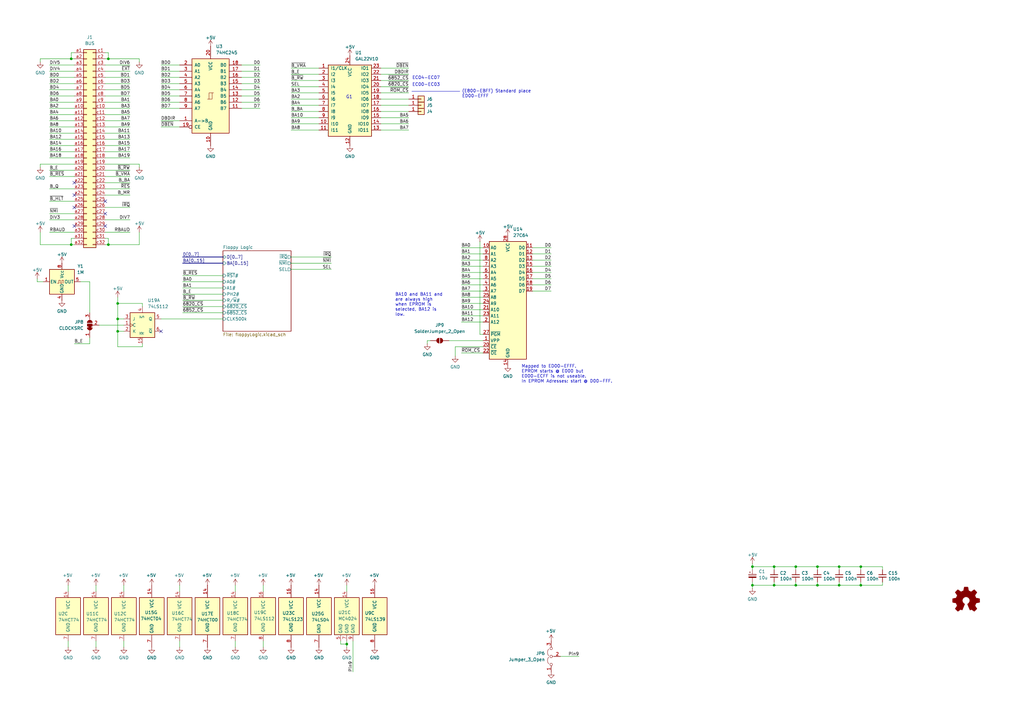
<source format=kicad_sch>
(kicad_sch (version 20250114) (generator "eeschema") (generator_version "9.0")
  (paper "A3")
  (title_block (title "Exorset Floppy") (date "2025-08-22") (rev "v1") (company "100% Offner") (comment 1 "Exorset Floppy Controller for kees1948 UniFLEX System") (comment 2 "v0.1: Initial"))
  (text "(E800-EBFF) Standard place\nED00-EFFF\n" (at 189.484 38.481 0) (effects (font (size 1.27 1.27)) (justify left)))
  (text "BA10 and BA11 and \nare always high \nwhen EPROM is \nselected, BA12 is\nlow." (at 162.052 124.968 0) (effects (font (size 1.27 1.27)) (justify left)))
  (text "Mapped to ED00-EFFF.\nEPROM starts @ E000 but\nE000-ECFF is not useable.\nIn EPROM Adresses: start @ D00-FFF." (at 213.868 153.416 0) (effects (font (size 1.27 1.27)) (justify left)))
  (text "EC00-EC03" (at 174.752 34.798 0) (effects (font (size 1.27 1.27))))
  (text "G1\n" (at 143.256 39.878 0) (effects (font (size 1.27 1.27))))
  (text "EC04-EC07" (at 174.752 32.004 0) (effects (font (size 1.27 1.27))))
  (junction (at 48.26 130.81))
  (junction (at 326.39 232.41))
  (junction (at 48.26 135.89))
  (junction (at 44.45 24.13))
  (junction (at 29.21 100.33))
  (junction (at 335.28 240.03))
  (junction (at 48.26 124.46))
  (junction (at 353.06 232.41))
  (junction (at 344.17 240.03))
  (junction (at 326.39 240.03))
  (junction (at 142.24 264.16))
  (junction (at 353.06 240.03))
  (junction (at 308.61 232.41))
  (junction (at 335.28 232.41))
  (junction (at 317.5 240.03))
  (junction (at 317.5 232.41))
  (junction (at 44.45 100.33))
  (junction (at 308.61 240.03))
  (junction (at 344.17 232.41))
  (junction (at 29.21 24.13))
  (no_connect (at 30.48 74.93))
  (no_connect (at 30.48 85.09))
  (no_connect (at 30.48 80.01))
  (no_connect (at 43.18 82.55))
  (no_connect (at 30.48 92.71))
  (no_connect (at 43.18 92.71))
  (no_connect (at 43.18 87.63))
  (no_connect (at 66.04 135.89))
  (wire (pts (xy 20.32 54.61) (xy 30.48 54.61)))
  (wire (pts (xy 156.21 35.56) (xy 167.64 35.56)))
  (wire (pts (xy 57.15 100.33) (xy 57.15 95.25)))
  (wire (pts (xy 361.95 233.68) (xy 361.95 232.41)))
  (wire (pts (xy 119.38 53.34) (xy 130.81 53.34)))
  (wire (pts (xy 139.7 264.16) (xy 142.24 264.16)))
  (wire (pts (xy 20.32 44.45) (xy 30.48 44.45)))
  (wire (pts (xy 335.28 233.68) (xy 335.28 232.41)))
  (wire (pts (xy 99.06 36.83) (xy 106.68 36.83)))
  (wire (pts (xy 142.24 240.03) (xy 142.24 242.57)))
  (wire (pts (xy 43.18 69.85) (xy 53.34 69.85)))
  (wire (pts (xy 43.18 34.29) (xy 53.34 34.29)))
  (wire (pts (xy 308.61 232.41) (xy 308.61 233.68)))
  (wire (pts (xy 43.18 62.23) (xy 53.34 62.23)))
  (wire (pts (xy 43.18 54.61) (xy 53.34 54.61)))
  (wire (pts (xy 139.7 262.89) (xy 139.7 264.16)))
  (wire (pts (xy 344.17 233.68) (xy 344.17 232.41)))
  (wire (pts (xy 43.18 59.69) (xy 53.34 59.69)))
  (wire (pts (xy 335.28 240.03) (xy 335.28 238.76)))
  (wire (pts (xy 218.44 101.6) (xy 226.06 101.6)))
  (wire (pts (xy 39.37 240.03) (xy 39.37 242.57)))
  (wire (pts (xy 184.15 139.7) (xy 198.12 139.7)))
  (wire (pts (xy 99.06 39.37) (xy 106.68 39.37)))
  (wire (pts (xy 74.93 115.57) (xy 91.44 115.57)))
  (wire (pts (xy 74.93 120.65) (xy 91.44 120.65)))
  (wire (pts (xy 218.44 116.84) (xy 226.06 116.84)))
  (wire (pts (xy 20.32 57.15) (xy 30.48 57.15)))
  (wire (pts (xy 156.21 30.48) (xy 167.64 30.48)))
  (wire (pts (xy 44.45 24.13) (xy 43.18 24.13)))
  (wire (pts (xy 20.32 26.67) (xy 30.48 26.67)))
  (wire (pts (xy 196.85 99.06) (xy 196.85 137.16)))
  (wire (pts (xy 66.04 31.75) (xy 73.66 31.75)))
  (wire (pts (xy 308.61 231.14) (xy 308.61 232.41)))
  (wire (pts (xy 119.38 45.72) (xy 130.81 45.72)))
  (wire (pts (xy 20.32 29.21) (xy 30.48 29.21)))
  (wire (pts (xy 189.23 127) (xy 198.12 127)))
  (wire (pts (xy 57.15 67.31) (xy 57.15 68.58)))
  (wire (pts (xy 57.15 24.13) (xy 57.15 25.4)))
  (wire (pts (xy 43.18 46.99) (xy 53.34 46.99)))
  (wire (pts (xy 43.18 36.83) (xy 53.34 36.83)))
  (wire (pts (xy 43.18 41.91) (xy 53.34 41.91)))
  (wire (pts (xy 20.32 72.39) (xy 30.48 72.39)))
  (wire (pts (xy 15.24 114.3) (xy 15.24 115.57)))
  (wire (pts (xy 20.32 34.29) (xy 30.48 34.29)))
  (wire (pts (xy 20.32 49.53) (xy 30.48 49.53)))
  (wire (pts (xy 107.95 240.03) (xy 107.95 242.57)))
  (wire (pts (xy 44.45 24.13) (xy 57.15 24.13)))
  (wire (pts (xy 74.93 113.03) (xy 91.44 113.03)))
  (wire (pts (xy 16.51 24.13) (xy 16.51 25.4)))
  (wire (pts (xy 66.04 34.29) (xy 73.66 34.29)))
  (wire (pts (xy 43.18 67.31) (xy 57.15 67.31)))
  (wire (pts (xy 353.06 240.03) (xy 353.06 238.76)))
  (wire (pts (xy 50.8 135.89) (xy 48.26 135.89)))
  (wire (pts (xy 198.12 137.16) (xy 196.85 137.16)))
  (wire (pts (xy 218.44 114.3) (xy 226.06 114.3)))
  (wire (pts (xy 20.32 39.37) (xy 30.48 39.37)))
  (wire (pts (xy 156.21 53.34) (xy 167.64 53.34)))
  (wire (pts (xy 361.95 240.03) (xy 361.95 238.76)))
  (bus (pts (xy 74.93 105.41) (xy 91.44 105.41)))
  (wire (pts (xy 66.04 29.21) (xy 73.66 29.21)))
  (wire (pts (xy 43.18 64.77) (xy 53.34 64.77)))
  (wire (pts (xy 20.32 41.91) (xy 30.48 41.91)))
  (wire (pts (xy 73.66 262.89) (xy 73.66 265.43)))
  (wire (pts (xy 43.18 44.45) (xy 53.34 44.45)))
  (wire (pts (xy 353.06 232.41) (xy 361.95 232.41)))
  (wire (pts (xy 43.18 31.75) (xy 53.34 31.75)))
  (wire (pts (xy 20.32 46.99) (xy 30.48 46.99)))
  (wire (pts (xy 43.18 29.21) (xy 53.34 29.21)))
  (wire (pts (xy 20.32 59.69) (xy 30.48 59.69)))
  (wire (pts (xy 156.21 45.72) (xy 167.64 45.72)))
  (wire (pts (xy 66.04 130.81) (xy 91.44 130.81)))
  (wire (pts (xy 66.04 41.91) (xy 73.66 41.91)))
  (wire (pts (xy 96.52 262.89) (xy 96.52 265.43)))
  (wire (pts (xy 20.32 77.47) (xy 30.48 77.47)))
  (wire (pts (xy 20.32 82.55) (xy 30.48 82.55)))
  (wire (pts (xy 36.83 140.97) (xy 36.83 138.43)))
  (wire (pts (xy 50.8 130.81) (xy 48.26 130.81)))
  (wire (pts (xy 74.93 123.19) (xy 91.44 123.19)))
  (wire (pts (xy 20.32 31.75) (xy 30.48 31.75)))
  (wire (pts (xy 156.21 50.8) (xy 167.64 50.8)))
  (wire (pts (xy 144.78 262.89) (xy 144.78 275.59)))
  (wire (pts (xy 99.06 29.21) (xy 106.68 29.21)))
  (wire (pts (xy 156.21 43.18) (xy 167.64 43.18)))
  (wire (pts (xy 50.8 240.03) (xy 50.8 242.57)))
  (wire (pts (xy 58.42 140.97) (xy 58.42 142.24)))
  (wire (pts (xy 119.38 48.26) (xy 130.81 48.26)))
  (wire (pts (xy 308.61 232.41) (xy 317.5 232.41)))
  (wire (pts (xy 119.38 43.18) (xy 130.81 43.18)))
  (wire (pts (xy 119.38 33.02) (xy 130.81 33.02)))
  (wire (pts (xy 29.21 100.33) (xy 16.51 100.33)))
  (wire (pts (xy 16.51 100.33) (xy 16.51 95.25)))
  (wire (pts (xy 119.38 107.95) (xy 135.89 107.95)))
  (wire (pts (xy 48.26 142.24) (xy 48.26 135.89)))
  (wire (pts (xy 66.04 26.67) (xy 73.66 26.67)))
  (wire (pts (xy 119.38 30.48) (xy 130.81 30.48)))
  (wire (pts (xy 43.18 74.93) (xy 53.34 74.93)))
  (wire (pts (xy 189.23 111.76) (xy 198.12 111.76)))
  (wire (pts (xy 43.18 80.01) (xy 53.34 80.01)))
  (wire (pts (xy 189.23 116.84) (xy 198.12 116.84)))
  (wire (pts (xy 66.04 39.37) (xy 73.66 39.37)))
  (wire (pts (xy 119.38 27.94) (xy 130.81 27.94)))
  (wire (pts (xy 43.18 39.37) (xy 53.34 39.37)))
  (wire (pts (xy 326.39 240.03) (xy 326.39 238.76)))
  (wire (pts (xy 317.5 240.03) (xy 308.61 240.03)))
  (wire (pts (xy 186.69 142.24) (xy 198.12 142.24)))
  (wire (pts (xy 189.23 101.6) (xy 198.12 101.6)))
  (wire (pts (xy 353.06 240.03) (xy 361.95 240.03)))
  (wire (pts (xy 99.06 31.75) (xy 106.68 31.75)))
  (wire (pts (xy 20.32 64.77) (xy 30.48 64.77)))
  (wire (pts (xy 326.39 232.41) (xy 335.28 232.41)))
  (wire (pts (xy 48.26 130.81) (xy 48.26 124.46)))
  (wire (pts (xy 119.38 35.56) (xy 130.81 35.56)))
  (wire (pts (xy 99.06 41.91) (xy 106.68 41.91)))
  (wire (pts (xy 39.37 262.89) (xy 39.37 265.43)))
  (wire (pts (xy 44.45 21.59) (xy 44.45 24.13)))
  (wire (pts (xy 107.95 262.89) (xy 107.95 265.43)))
  (wire (pts (xy 43.18 90.17) (xy 53.34 90.17)))
  (wire (pts (xy 353.06 233.68) (xy 353.06 232.41)))
  (wire (pts (xy 30.48 100.33) (xy 29.21 100.33)))
  (wire (pts (xy 99.06 26.67) (xy 106.68 26.67)))
  (wire (pts (xy 74.93 118.11) (xy 91.44 118.11)))
  (wire (pts (xy 58.42 142.24) (xy 48.26 142.24)))
  (wire (pts (xy 175.26 139.7) (xy 176.53 139.7)))
  (wire (pts (xy 119.38 40.64) (xy 130.81 40.64)))
  (wire (pts (xy 58.42 125.73) (xy 58.42 124.46)))
  (wire (pts (xy 186.69 142.24) (xy 186.69 146.05)))
  (wire (pts (xy 20.32 90.17) (xy 30.48 90.17)))
  (wire (pts (xy 27.94 240.03) (xy 27.94 242.57)))
  (wire (pts (xy 48.26 135.89) (xy 48.26 130.81)))
  (wire (pts (xy 43.18 77.47) (xy 53.34 77.47)))
  (wire (pts (xy 43.18 85.09) (xy 53.34 85.09)))
  (wire (pts (xy 20.32 95.25) (xy 30.48 95.25)))
  (wire (pts (xy 156.21 33.02) (xy 167.64 33.02)))
  (wire (pts (xy 43.18 100.33) (xy 44.45 100.33)))
  (wire (pts (xy 119.38 50.8) (xy 130.81 50.8)))
  (wire (pts (xy 335.28 240.03) (xy 344.17 240.03)))
  (wire (pts (xy 29.21 21.59) (xy 29.21 24.13)))
  (wire (pts (xy 308.61 241.3) (xy 308.61 240.03)))
  (wire (pts (xy 20.32 36.83) (xy 30.48 36.83)))
  (wire (pts (xy 317.5 240.03) (xy 317.5 238.76)))
  (wire (pts (xy 344.17 240.03) (xy 344.17 238.76)))
  (wire (pts (xy 30.48 21.59) (xy 29.21 21.59)))
  (wire (pts (xy 317.5 233.68) (xy 317.5 232.41)))
  (wire (pts (xy 44.45 100.33) (xy 57.15 100.33)))
  (wire (pts (xy 17.78 115.57) (xy 15.24 115.57)))
  (wire (pts (xy 119.38 105.41) (xy 135.89 105.41)))
  (wire (pts (xy 218.44 109.22) (xy 226.06 109.22)))
  (wire (pts (xy 142.24 262.89) (xy 142.24 264.16)))
  (wire (pts (xy 229.87 269.24) (xy 237.49 269.24)))
  (wire (pts (xy 326.39 240.03) (xy 335.28 240.03)))
  (wire (pts (xy 344.17 232.41) (xy 353.06 232.41)))
  (wire (pts (xy 74.93 128.27) (xy 91.44 128.27)))
  (wire (pts (xy 27.94 262.89) (xy 27.94 265.43)))
  (wire (pts (xy 30.48 97.79) (xy 29.21 97.79)))
  (wire (pts (xy 96.52 240.03) (xy 96.52 242.57)))
  (wire (pts (xy 189.23 124.46) (xy 198.12 124.46)))
  (wire (pts (xy 43.18 95.25) (xy 53.34 95.25)))
  (wire (pts (xy 48.26 124.46) (xy 48.26 121.92)))
  (wire (pts (xy 66.04 44.45) (xy 73.66 44.45)))
  (wire (pts (xy 30.48 140.97) (xy 36.83 140.97)))
  (wire (pts (xy 43.18 97.79) (xy 44.45 97.79)))
  (wire (pts (xy 189.23 104.14) (xy 198.12 104.14)))
  (wire (pts (xy 189.23 106.68) (xy 198.12 106.68)))
  (wire (pts (xy 189.23 114.3) (xy 198.12 114.3)))
  (wire (pts (xy 29.21 24.13) (xy 30.48 24.13)))
  (wire (pts (xy 99.06 44.45) (xy 106.68 44.45)))
  (wire (pts (xy 119.38 110.49) (xy 135.89 110.49)))
  (wire (pts (xy 175.26 140.97) (xy 175.26 139.7)))
  (wire (pts (xy 218.44 119.38) (xy 226.06 119.38)))
  (wire (pts (xy 29.21 97.79) (xy 29.21 100.33)))
  (wire (pts (xy 189.23 109.22) (xy 198.12 109.22)))
  (wire (pts (xy 20.32 52.07) (xy 30.48 52.07)))
  (wire (pts (xy 33.02 115.57) (xy 36.83 115.57)))
  (wire (pts (xy 16.51 67.31) (xy 30.48 67.31)))
  (wire (pts (xy 156.21 40.64) (xy 167.64 40.64)))
  (wire (pts (xy 218.44 111.76) (xy 226.06 111.76)))
  (wire (pts (xy 44.45 97.79) (xy 44.45 100.33)))
  (wire (pts (xy 43.18 26.67) (xy 53.34 26.67)))
  (wire (pts (xy 326.39 233.68) (xy 326.39 232.41)))
  (wire (pts (xy 40.64 133.35) (xy 50.8 133.35)))
  (wire (pts (xy 43.18 72.39) (xy 53.34 72.39)))
  (wire (pts (xy 218.44 104.14) (xy 226.06 104.14)))
  (wire (pts (xy 156.21 27.94) (xy 167.64 27.94)))
  (wire (pts (xy 189.23 129.54) (xy 198.12 129.54)))
  (wire (pts (xy 48.26 124.46) (xy 58.42 124.46)))
  (wire (pts (xy 66.04 36.83) (xy 73.66 36.83)))
  (wire (pts (xy 156.21 38.1) (xy 167.64 38.1)))
  (polyline (pts (xy 168.91 37.465) (xy 188.595 37.465)))
  (wire (pts (xy 50.8 262.89) (xy 50.8 265.43)))
  (wire (pts (xy 335.28 232.41) (xy 344.17 232.41)))
  (wire (pts (xy 29.21 24.13) (xy 16.51 24.13)))
  (wire (pts (xy 189.23 121.92) (xy 198.12 121.92)))
  (wire (pts (xy 43.18 21.59) (xy 44.45 21.59)))
  (wire (pts (xy 43.18 52.07) (xy 53.34 52.07)))
  (wire (pts (xy 344.17 240.03) (xy 353.06 240.03)))
  (wire (pts (xy 74.93 125.73) (xy 91.44 125.73)))
  (wire (pts (xy 43.18 57.15) (xy 53.34 57.15)))
  (wire (pts (xy 189.23 132.08) (xy 198.12 132.08)))
  (wire (pts (xy 36.83 115.57) (xy 36.83 128.27)))
  (wire (pts (xy 119.38 38.1) (xy 130.81 38.1)))
  (wire (pts (xy 317.5 232.41) (xy 326.39 232.41)))
  (wire (pts (xy 317.5 240.03) (xy 326.39 240.03)))
  (wire (pts (xy 189.23 144.78) (xy 198.12 144.78)))
  (wire (pts (xy 16.51 67.31) (xy 16.51 68.58)))
  (wire (pts (xy 142.24 264.16) (xy 142.24 265.43)))
  (wire (pts (xy 218.44 106.68) (xy 226.06 106.68)))
  (wire (pts (xy 20.32 69.85) (xy 30.48 69.85)))
  (bus (pts (xy 74.93 107.95) (xy 91.44 107.95)))
  (wire (pts (xy 20.32 87.63) (xy 30.48 87.63)))
  (wire (pts (xy 308.61 240.03) (xy 308.61 238.76)))
  (wire (pts (xy 43.18 49.53) (xy 53.34 49.53)))
  (wire (pts (xy 156.21 48.26) (xy 167.64 48.26)))
  (wire (pts (xy 66.04 49.53) (xy 73.66 49.53)))
  (wire (pts (xy 66.04 52.07) (xy 73.66 52.07)))
  (wire (pts (xy 20.32 62.23) (xy 30.48 62.23)))
  (wire (pts (xy 99.06 34.29) (xy 106.68 34.29)))
  (wire (pts (xy 73.66 240.03) (xy 73.66 242.57)))
  (wire (pts (xy 189.23 119.38) (xy 198.12 119.38)))
  (label "BD0" (at 66.04 26.67 0))
  (label "BA1" (at 189.23 104.14 0))
  (label "D1" (at 106.68 29.21 180))
  (label "BA7" (at 53.34 49.53 180))
  (label "D4" (at 226.06 111.76 180))
  (label "BD6" (at 66.04 41.91 0))
  (label "BD6" (at 20.32 39.37 0))
  (label "BA2" (at 20.32 44.45 0))
  (label "BA10" (at 119.38 48.26 0))
  (label "BA1" (at 74.93 118.11 0))
  (label "DIV6" (at 53.34 26.67 180))
  (label "B_MR" (at 53.34 80.01 180))
  (label "~{B_VMA}" (at 53.34 72.39 180))
  (label "BA15" (at 53.34 59.69 180))
  (label "D6" (at 106.68 41.91 180))
  (label "BA1" (at 53.34 41.91 180))
  (label "BA0" (at 20.32 41.91 0))
  (label "SEL" (at 119.38 35.56 0))
  (label "BA6" (at 167.64 50.8 180))
  (label "BA17" (at 53.34 62.23 180))
  (label "B_E" (at 30.48 140.97 0))
  (label "~{EXT}" (at 53.34 29.21 180))
  (label "B_E" (at 20.32 69.85 0))
  (label "BA5" (at 189.23 114.3 0))
  (label "BA12" (at 189.23 132.08 0))
  (label "D0" (at 226.06 101.6 180))
  (label "BA11" (at 53.34 54.61 180))
  (label "BA10" (at 20.32 54.61 0))
  (label "~{IRQ}" (at 135.89 105.41 180))
  (label "BA6" (at 189.23 116.84 0))
  (label "D2" (at 226.06 106.68 180))
  (label "BA0" (at 189.23 101.6 0))
  (label "BA19" (at 53.34 64.77 180))
  (label "DBDIR" (at 66.04 49.53 0))
  (label "DIV3" (at 20.32 90.17 0))
  (label "Pin9" (at 144.78 275.59 90))
  (label "BD7" (at 53.34 39.37 180))
  (label "~{6852_CS}" (at 167.64 33.02 180))
  (label "BA5" (at 167.64 48.26 180))
  (label "BA[0..15]" (at 74.93 107.95 0))
  (label "BD0" (at 20.32 31.75 0))
  (label "BA3" (at 119.38 38.1 0))
  (label "BA2" (at 189.23 106.68 0))
  (label "BD4" (at 20.32 36.83 0))
  (label "BD7" (at 66.04 44.45 0))
  (label "~{RES}" (at 53.34 77.47 180))
  (label "D2" (at 106.68 31.75 180))
  (label "~{B_RES}" (at 20.32 72.39 0))
  (label "BA11" (at 189.23 129.54 0))
  (label "~{B_RW}" (at 74.93 123.19 0))
  (label "BA10" (at 189.23 127 0))
  (label "BA9" (at 119.38 50.8 0))
  (label "BD5" (at 53.34 36.83 180))
  (label "B_BA" (at 119.38 45.72 0))
  (label "BA8" (at 20.32 52.07 0))
  (label "D1" (at 226.06 104.14 180))
  (label "DIV7" (at 53.34 90.17 180))
  (label "BA12" (at 20.32 57.15 0))
  (label "BD3" (at 53.34 34.29 180))
  (label "DIV5" (at 20.32 26.67 0))
  (label "BA9" (at 189.23 124.46 0))
  (label "B_Q" (at 20.32 77.47 0))
  (label "~{NMI}" (at 135.89 107.95 180))
  (label "~{6820_CS}" (at 74.93 125.73 0))
  (label "~{B_HLT}" (at 20.32 82.55 0))
  (label "D[0..7]" (at 74.93 105.41 0))
  (label "~{B_RW}" (at 53.34 69.85 180))
  (label "BA0" (at 74.93 115.57 0))
  (label "BA2" (at 119.38 40.64 0))
  (label "BA8" (at 189.23 121.92 0))
  (label "BA4" (at 189.23 111.76 0))
  (label "BA16" (at 20.32 62.23 0))
  (label "~{B_RES}" (at 74.93 113.03 0))
  (label "D7" (at 226.06 119.38 180))
  (label "BD2" (at 20.32 34.29 0))
  (label "D0" (at 106.68 26.67 180))
  (label "B_BA" (at 53.34 74.93 180))
  (label "D7" (at 106.68 44.45 180))
  (label "BA6" (at 20.32 49.53 0))
  (label "BD1" (at 53.34 31.75 180))
  (label "B_E" (at 74.93 120.65 0))
  (label "BD4" (at 66.04 36.83 0))
  (label "B_E" (at 119.38 30.48 0))
  (label "~{NMI}" (at 20.32 87.63 0))
  (label "D3" (at 106.68 34.29 180))
  (label "BA4" (at 20.32 46.99 0))
  (label "BD5" (at 66.04 39.37 0))
  (label "~{IRQ}" (at 53.34 85.09 180))
  (label "D3" (at 226.06 109.22 180))
  (label "BA3" (at 53.34 44.45 180))
  (label "D5" (at 226.06 114.3 180))
  (label "BA7" (at 189.23 119.38 0))
  (label "BA4" (at 119.38 43.18 0))
  (label "BA3" (at 189.23 109.22 0))
  (label "BD3" (at 66.04 34.29 0))
  (label "BA14" (at 20.32 59.69 0))
  (label "~{B_VMA}" (at 119.38 27.94 0))
  (label "BA5" (at 53.34 46.99 180))
  (label "RBAUD" (at 20.32 95.25 0))
  (label "~{6820_CS}" (at 167.64 35.56 180))
  (label "D5" (at 106.68 39.37 180))
  (label "~{DBEN}" (at 66.04 52.07 0))
  (label "D4" (at 106.68 36.83 180))
  (label "D6" (at 226.06 116.84 180))
  (label "BA7" (at 167.64 53.34 180))
  (label "RBAUD" (at 53.34 95.25 180))
  (label "BD2" (at 66.04 31.75 0))
  (label "SEL" (at 135.89 110.49 180))
  (label "~{6852_CS}" (at 74.93 128.27 0))
  (label "BA18" (at 20.32 64.77 0))
  (label "~{B_RW}" (at 119.38 33.02 0))
  (label "~{ROM_CS}" (at 167.64 38.1 180))
  (label "BA9" (at 53.34 52.07 180))
  (label "BD1" (at 66.04 29.21 0))
  (label "~{DBEN}" (at 167.64 27.94 180))
  (label "Pin9" (at 237.49 269.24 180))
  (label "DBDIR" (at 167.64 30.48 180))
  (label "~{ROM_CS}" (at 189.23 144.78 0))
  (label "BA13" (at 53.34 57.15 180))
  (label "BA8" (at 119.38 53.34 0))
  (label "DIV4" (at 20.32 29.21 0))
  (symbol (lib_id "power:+5V") (at 142.24 240.03 0) (unit 1)
    (property "Reference" "#PWR091" (effects (hide yes)))
    (property "Value" "+5V" (at 141.986 235.966 0))
    (property "Description" "Power symbol creates a global label with name \"+5V\"" (effects (hide yes)))
  )
  (symbol (lib_id "power:+5V") (at 107.95 240.03 0) (unit 1)
    (property "Reference" "#PWR082" (effects (hide yes)))
    (property "Value" "+5V" (at 107.696 235.966 0))
    (property "Description" "Power symbol creates a global label with name \"+5V\"" (effects (hide yes)))
  )
  (symbol (lib_id "power:+5V") (at 50.8 240.03 0) (unit 1)
    (property "Reference" "#PWR084" (effects (hide yes)))
    (property "Value" "+5V" (at 50.546 235.966 0))
    (property "Description" "Power symbol creates a global label with name \"+5V\"" (effects (hide yes)))
  )
  (symbol (lib_id "Graphic:Logo_Open_Hardware_Small") (at 396.24 246.38 0) (unit 1) (exclude_from_sim yes) (in_bom no) (on_board no)
    (property "Reference" "#SYM1" (effects (hide yes)))
    (property "Value" "Logo_Open_Hardware_Small" (effects (hide yes)))
    (property "Description" "Open Hardware logo, small" (effects (hide yes)))
  )
  (symbol (lib_id "Device:C_Small") (at 344.17 236.22 0) (unit 1)
    (property "Reference" "C5" (at 346.5068 235.0516 0) (effects (justify left)))
    (property "Value" "100n" (at 346.5068 237.363 0) (effects (justify left)))
    (property "Footprint" "Capacitor_SMD:C_1206_3216Metric_Pad1.33x1.80mm_HandSolder" (effects (hide yes)))
    (property "Description" "Unpolarized capacitor, small symbol" (effects (hide yes)))
  )
  (symbol (lib_id "power:GND") (at 107.95 265.43 0) (unit 1)
    (property "Reference" "#PWR077" (effects (hide yes)))
    (property "Value" "GND" (at 107.95 269.748 0))
    (property "Description" "Power symbol creates a global label with name \"GND\" , ground" (effects (hide yes)))
  )
  (symbol (lib_id "power:GND") (at 208.28 149.86 0) (unit 1)
    (property "Reference" "#PWR0120" (effects (hide yes)))
    (property "Value" "GND" (at 208.28 154.3034 0))
    (property "Description" "Power symbol creates a global label with name \"GND\" , ground" (effects (hide yes)))
  )
  (symbol (lib_id "power:+5V") (at 62.23 240.03 0) (unit 1)
    (property "Reference" "#PWR079" (effects (hide yes)))
    (property "Value" "+5V" (at 61.976 235.966 0))
    (property "Description" "Power symbol creates a global label with name \"+5V\"" (effects (hide yes)))
  )
  (symbol (lib_id "74xx:74LS112") (at 107.95 252.73 0) (unit 3)
    (property "Reference" "U19" (at 104.14 251.206 0) (effects (justify left)))
    (property "Value" "74LS112" (at 104.14 253.746 0) (effects (justify left)))
    (property "Footprint" "Package_DIP:DIP-16_W7.62mm" (effects (hide yes)))
    (property "Datasheet" "http://www.ti.com/lit/gpn/sn74LS112" (effects (hide yes)))
    (property "Description" "dual JK Flip-Flop, Set & Reset" (effects (hide yes)))
  )
  (symbol (lib_id "power:+5V") (at 143.51 22.86 0) (mirror y) (unit 1)
    (property "Reference" "#PWR25" (effects (hide yes)))
    (property "Value" "+5V" (at 143.51 19.2842 0))
    (property "Description" "Power symbol creates a global label with name \"+5V\"" (effects (hide yes)))
  )
  (symbol (lib_id "Device:C_Small") (at 361.95 236.22 0) (unit 1)
    (property "Reference" "C15" (at 364.2868 235.0516 0) (effects (justify left)))
    (property "Value" "100n" (at 364.2868 237.363 0) (effects (justify left)))
    (property "Footprint" "Capacitor_SMD:C_1206_3216Metric_Pad1.33x1.80mm_HandSolder" (effects (hide yes)))
    (property "Description" "Unpolarized capacitor, small symbol" (effects (hide yes)))
  )
  (symbol (lib_id "74xx:74HC245") (at 86.36 39.37 0) (unit 1)
    (property "Reference" "U3" (at 88.5541 19.05 0) (effects (justify left)))
    (property "Value" "74HC245" (at 88.5541 21.59 0) (effects (justify left)))
    (property "Footprint" "Package_DIP:DIP-20_W7.62mm" (effects (hide yes)))
    (property "Datasheet" "http://www.ti.com/lit/gpn/sn74HC245" (effects (hide yes)))
    (property "Description" "Octal BUS Transceivers, 3-State outputs" (effects (hide yes)))
  )
  (symbol (lib_id "power:GND") (at 143.51 59.69 0) (unit 1)
    (property "Reference" "#PWR26" (effects (hide yes)))
    (property "Value" "GND" (at 143.51 64.1334 0))
    (property "Description" "Power symbol creates a global label with name \"GND\" , ground" (effects (hide yes)))
  )
  (symbol (lib_id "74xx:74LS74") (at 50.8 252.73 0) (unit 3)
    (property "Reference" "U12" (at 46.736 251.714 0) (effects (justify left)))
    (property "Value" "74HCT74" (at 46.736 254.254 0) (effects (justify left)))
    (property "Footprint" "Package_DIP:DIP-14_W7.62mm" (effects (hide yes)))
    (property "Datasheet" "74xx/74hc_hct74.pdf" (effects (hide yes)))
    (property "Description" "Dual D Flip-flop, Set & Reset" (effects (hide yes)))
  )
  (symbol (lib_id "Oscillator:CXO_DIP8") (at 25.4 115.57 0) (unit 1)
    (property "Reference" "Y1" (at 33.02 109.1498 0))
    (property "Value" "1M" (at 33.02 111.6898 0))
    (property "Footprint" "Oscillator:Oscillator_DIP-8" (effects (hide yes)))
    (property "Datasheet" "http://cdn-reichelt.de/documents/datenblatt/B400/OSZI.pdf" (effects (hide yes)))
    (property "Description" "Crystal Clock Oscillator, DIP8-style metal package" (effects (hide yes)))
  )
  (symbol (lib_id "power:+5V") (at 196.85 99.06 0) (mirror y) (unit 1)
    (property "Reference" "#PWR0125" (effects (hide yes)))
    (property "Value" "+5V" (at 196.85 95.4842 0))
    (property "Description" "Power symbol creates a global label with name \"+5V\"" (effects (hide yes)))
  )
  (symbol (lib_id "power:GND") (at 175.26 140.97 0) (unit 1)
    (property "Reference" "#PWR0124" (effects (hide yes)))
    (property "Value" "GND" (at 175.26 145.4134 0))
    (property "Description" "Power symbol creates a global label with name \"GND\" , ground" (effects (hide yes)))
  )
  (symbol (lib_id "power:GND") (at 119.38 265.43 0) (unit 1)
    (property "Reference" "#PWR04" (effects (hide yes)))
    (property "Value" "GND" (at 119.38 269.748 0))
    (property "Description" "Power symbol creates a global label with name \"GND\" , ground" (effects (hide yes)))
  )
  (symbol (lib_id "74xx:74LS04") (at 130.81 252.73 0) (unit 7)
    (property "Reference" "U25" (at 127.762 251.714 0) (effects (justify left)))
    (property "Value" "74LS04" (at 127.762 254.254 0) (effects (justify left)))
    (property "Footprint" "Package_DIP:DIP-14_W7.62mm" (effects (hide yes)))
    (property "Datasheet" "http://www.ti.com/lit/gpn/sn74LS04" (effects (hide yes)))
    (property "Description" "Hex Inverter" (effects (hide yes)))
  )
  (symbol (lib_id "74xx:74LS74") (at 73.66 252.73 0) (unit 3)
    (property "Reference" "U16" (at 70.358 251.46 0) (effects (justify left)))
    (property "Value" "74HCT74" (at 70.358 254 0) (effects (justify left)))
    (property "Footprint" "Package_DIP:DIP-14_W7.62mm" (effects (hide yes)))
    (property "Datasheet" "74xx/74hc_hct74.pdf" (effects (hide yes)))
    (property "Description" "Dual D Flip-flop, Set & Reset" (effects (hide yes)))
  )
  (symbol (lib_id "power:+5V") (at 15.24 114.3 0) (mirror y) (unit 1)
    (property "Reference" "#PWR0115" (effects (hide yes)))
    (property "Value" "+5V" (at 15.24 110.7242 0))
    (property "Description" "Power symbol creates a global label with name \"+5V\"" (effects (hide yes)))
  )
  (symbol (lib_id "power:GND") (at 142.24 265.43 0) (unit 1)
    (property "Reference" "#PWR092" (effects (hide yes)))
    (property "Value" "GND" (at 142.24 269.748 0))
    (property "Description" "Power symbol creates a global label with name \"GND\" , ground" (effects (hide yes)))
  )
  (symbol (lib_id "74xx:74LS04") (at 62.23 252.73 0) (unit 7)
    (property "Reference" "U15" (at 61.976 251.206 0))
    (property "Value" "74HCT04" (at 61.976 253.746 0))
    (property "Footprint" "Package_DIP:DIP-14_W7.62mm" (effects (hide yes)))
    (property "Datasheet" "http://www.ti.com/lit/gpn/sn74LS04" (effects (hide yes)))
    (property "Description" "Hex Inverter" (effects (hide yes)))
  )
  (symbol (lib_id "power:GND") (at 25.4 123.19 0) (unit 1)
    (property "Reference" "#PWR0116" (effects (hide yes)))
    (property "Value" "GND" (at 25.4 127.6334 0))
    (property "Description" "Power symbol creates a global label with name \"GND\" , ground" (effects (hide yes)))
  )
  (symbol (lib_id "power:GND") (at 153.67 265.43 0) (unit 1)
    (property "Reference" "#PWR015" (effects (hide yes)))
    (property "Value" "GND" (at 153.67 269.748 0))
    (property "Description" "Power symbol creates a global label with name \"GND\" , ground" (effects (hide yes)))
  )
  (symbol (lib_id "power:GND") (at 39.37 265.43 0) (unit 1)
    (property "Reference" "#PWR072" (effects (hide yes)))
    (property "Value" "GND" (at 39.37 269.748 0))
    (property "Description" "Power symbol creates a global label with name \"GND\" , ground" (effects (hide yes)))
  )
  (symbol (lib_id "power:GND") (at 16.51 25.4 0) (mirror y) (unit 1)
    (property "Reference" "#PWR5" (effects (hide yes)))
    (property "Value" "GND" (at 16.51 29.8434 0))
    (property "Description" "Power symbol creates a global label with name \"GND\" , ground" (effects (hide yes)))
  )
  (symbol (lib_id "power:GND") (at 50.8 265.43 0) (unit 1)
    (property "Reference" "#PWR074" (effects (hide yes)))
    (property "Value" "GND" (at 50.8 269.748 0))
    (property "Description" "Power symbol creates a global label with name \"GND\" , ground" (effects (hide yes)))
  )
  (symbol (lib_id "power:GND") (at 308.61 241.3 0) (mirror y) (unit 1)
    (property "Reference" "#PWR23" (effects (hide yes)))
    (property "Value" "GND" (at 308.61 245.7434 0))
    (property "Description" "Power symbol creates a global label with name \"GND\" , ground" (effects (hide yes)))
  )
  (symbol (lib_id "Device:C_Small") (at 353.06 236.22 0) (unit 1)
    (property "Reference" "C6" (at 355.3968 235.0516 0) (effects (justify left)))
    (property "Value" "100n" (at 355.3968 237.363 0) (effects (justify left)))
    (property "Footprint" "Capacitor_SMD:C_1206_3216Metric_Pad1.33x1.80mm_HandSolder" (effects (hide yes)))
    (property "Description" "Unpolarized capacitor, small symbol" (effects (hide yes)))
  )
  (symbol (lib_id "Jumper:SolderJumper_3_Bridged12") (at 36.83 133.35 90) (unit 1) (in_bom no)
    (property "Reference" "JP8" (at 34.29 132.0799 90) (effects (justify left)))
    (property "Value" "CLOCKSRC" (at 34.29 134.6199 90) (effects (justify left)))
    (property "Footprint" "Jumper:SolderJumper-3_P1.3mm_Bridged12_RoundedPad1.0x1.5mm_NumberLabels" (effects (hide yes)))
    (property "Description" "3-pole Solder Jumper, pins 1+2 closed/bridged" (effects (hide yes)))
  )
  (symbol (lib_id "Connector_Generic:Conn_01x01") (at 172.72 40.64 0) (unit 1)
    (property "Reference" "J6" (at 175.006 40.64 0) (effects (justify left)))
    (property "Value" "Conn_01x01" (effects (hide yes)))
    (property "Footprint" "Connector_PinHeader_2.54mm:PinHeader_1x01_P2.54mm_Vertical" (effects (hide yes)))
    (property "Description" "Generic connector, single row, 01x01, script generated (kicad-library-utils/schlib/autogen/connector/)" (effects (hide yes)))
  )
  (symbol (lib_id "74xx:74LS139") (at 153.67 252.73 0) (unit 3)
    (property "Reference" "U9" (at 149.606 251.46 0) (effects (justify left)))
    (property "Value" "74LS139" (at 149.606 254 0) (effects (justify left)))
    (property "Footprint" "Package_DIP:DIP-16_W7.62mm" (effects (hide yes)))
    (property "Datasheet" "http://www.ti.com/lit/ds/symlink/sn74ls139a.pdf" (effects (hide yes)))
    (property "Description" "Dual Decoder 1 of 4, Active low outputs" (effects (hide yes)))
  )
  (symbol (lib_id "power:+5V") (at 73.66 240.03 0) (unit 1)
    (property "Reference" "#PWR080" (effects (hide yes)))
    (property "Value" "+5V" (at 73.406 235.966 0))
    (property "Description" "Power symbol creates a global label with name \"+5V\"" (effects (hide yes)))
  )
  (symbol (lib_id "power:+5V") (at 226.06 262.89 0) (unit 1)
    (property "Reference" "#PWR0118" (effects (hide yes)))
    (property "Value" "+5V" (at 225.806 258.826 0))
    (property "Description" "Power symbol creates a global label with name \"+5V\"" (effects (hide yes)))
  )
  (symbol (lib_id "Device:C_Small") (at 335.28 236.22 0) (unit 1)
    (property "Reference" "C4" (at 337.6168 235.0516 0) (effects (justify left)))
    (property "Value" "100n" (at 337.6168 237.363 0) (effects (justify left)))
    (property "Footprint" "Capacitor_SMD:C_1206_3216Metric_Pad1.33x1.80mm_HandSolder" (effects (hide yes)))
    (property "Description" "Unpolarized capacitor, small symbol" (effects (hide yes)))
  )
  (symbol (lib_id "power:+5V") (at 86.36 19.05 0) (mirror y) (unit 1)
    (property "Reference" "#PWR11" (effects (hide yes)))
    (property "Value" "+5V" (at 86.36 15.4742 0))
    (property "Description" "Power symbol creates a global label with name \"+5V\"" (effects (hide yes)))
  )
  (symbol (lib_id "power:+5V") (at 85.09 240.03 0) (unit 1)
    (property "Reference" "#PWR078" (effects (hide yes)))
    (property "Value" "+5V" (at 84.836 235.966 0))
    (property "Description" "Power symbol creates a global label with name \"+5V\"" (effects (hide yes)))
  )
  (symbol (lib_id "power:GND") (at 73.66 265.43 0) (unit 1)
    (property "Reference" "#PWR063" (effects (hide yes)))
    (property "Value" "GND" (at 73.66 269.748 0))
    (property "Description" "Power symbol creates a global label with name \"GND\" , ground" (effects (hide yes)))
  )
  (symbol (lib_id "power:+5V") (at 25.4 107.95 0) (mirror y) (unit 1)
    (property "Reference" "#PWR0112" (effects (hide yes)))
    (property "Value" "+5V" (at 25.4 104.3742 0))
    (property "Description" "Power symbol creates a global label with name \"+5V\"" (effects (hide yes)))
  )
  (symbol (lib_id "power:GND") (at 226.06 275.59 0) (unit 1)
    (property "Reference" "#PWR0119" (effects (hide yes)))
    (property "Value" "GND" (at 226.06 279.908 0))
    (property "Description" "Power symbol creates a global label with name \"GND\" , ground" (effects (hide yes)))
  )
  (symbol (lib_id "power:GND") (at 96.52 265.43 0) (unit 1)
    (property "Reference" "#PWR076" (effects (hide yes)))
    (property "Value" "GND" (at 96.52 269.748 0))
    (property "Description" "Power symbol creates a global label with name \"GND\" , ground" (effects (hide yes)))
  )
  (symbol (lib_id "74xx:74LS00") (at 85.09 252.73 0) (unit 5)
    (property "Reference" "U17" (at 85.09 251.714 0))
    (property "Value" "74HCT00" (at 85.09 254.254 0))
    (property "Footprint" "Package_DIP:DIP-14_W7.62mm" (effects (hide yes)))
    (property "Datasheet" "http://www.ti.com/lit/gpn/sn74ls00" (effects (hide yes)))
    (property "Description" "quad 2-input NAND gate" (effects (hide yes)))
  )
  (symbol (lib_id "my_ics_new:GAL22V10") (at 143.51 40.64 0) (unit 1)
    (property "Reference" "U1" (at 145.6533 21.59 0) (effects (justify left)))
    (property "Value" "GAL22V10" (at 145.6533 24.13 0) (effects (justify left)))
    (property "Footprint" "Package_DIP:DIP-24_W7.62mm" (effects (hide yes)))
    (property "Description" "Programmable Logic Array, DIP-20/SOIC-20/PLCC-20" (effects (hide yes)))
  )
  (symbol (lib_id "power:+5V") (at 48.26 121.92 0) (mirror y) (unit 1)
    (property "Reference" "#PWR033" (effects (hide yes)))
    (property "Value" "+5V" (at 48.26 118.3442 0))
    (property "Description" "Power symbol creates a global label with name \"+5V\"" (effects (hide yes)))
  )
  (symbol (lib_id "power:GND") (at 186.69 146.05 0) (unit 1)
    (property "Reference" "#PWR0123" (effects (hide yes)))
    (property "Value" "GND" (at 186.69 150.4934 0))
    (property "Description" "Power symbol creates a global label with name \"GND\" , ground" (effects (hide yes)))
  )
  (symbol (lib_id "power:+5V") (at 208.28 96.52 0) (mirror y) (unit 1)
    (property "Reference" "#PWR0114" (effects (hide yes)))
    (property "Value" "+5V" (at 208.28 92.9442 0))
    (property "Description" "Power symbol creates a global label with name \"+5V\"" (effects (hide yes)))
  )
  (symbol (lib_id "my_ics_new:MC4024") (at 142.24 252.73 0) (unit 3)
    (property "Reference" "U21" (at 138.684 251.206 0) (effects (justify left)))
    (property "Value" "MC4024" (at 138.684 253.746 0) (effects (justify left)))
    (property "Footprint" "Package_DIP:DIP-14_W7.62mm" (effects (hide yes)))
  )
  (symbol (lib_id "Connector_Generic:Conn_01x01") (at 172.72 43.18 0) (unit 1)
    (property "Reference" "J5" (at 175.006 43.18 0) (effects (justify left)))
    (property "Value" "Conn_01x01" (effects (hide yes)))
    (property "Footprint" "Connector_PinHeader_2.54mm:PinHeader_1x01_P2.54mm_Vertical" (effects (hide yes)))
    (property "Description" "Generic connector, single row, 01x01, script generated (kicad-library-utils/schlib/autogen/connector/)" (effects (hide yes)))
  )
  (symbol (lib_id "power:GND") (at 85.09 265.43 0) (unit 1)
    (property "Reference" "#PWR062" (effects (hide yes)))
    (property "Value" "GND" (at 85.09 269.748 0))
    (property "Description" "Power symbol creates a global label with name \"GND\" , ground" (effects (hide yes)))
  )
  (symbol (lib_id "74xx:74LS74") (at 39.37 252.73 0) (unit 3)
    (property "Reference" "U11" (at 35.306 251.714 0) (effects (justify left)))
    (property "Value" "74HCT74" (at 35.306 254.254 0) (effects (justify left)))
    (property "Footprint" "Package_DIP:DIP-14_W7.62mm" (effects (hide yes)))
    (property "Datasheet" "74xx/74hc_hct74.pdf" (effects (hide yes)))
    (property "Description" "Dual D Flip-flop, Set & Reset" (effects (hide yes)))
  )
  (symbol (lib_id "power:+5V") (at 119.38 240.03 0) (unit 1)
    (property "Reference" "#PWR03" (effects (hide yes)))
    (property "Value" "+5V" (at 119.126 235.966 0))
    (property "Description" "Power symbol creates a global label with name \"+5V\"" (effects (hide yes)))
  )
  (symbol (lib_id "74xx:74LS74") (at 27.94 252.73 0) (unit 3)
    (property "Reference" "U2" (at 23.876 251.714 0) (effects (justify left)))
    (property "Value" "74HCT74" (at 23.876 254.254 0) (effects (justify left)))
    (property "Footprint" "Package_DIP:DIP-14_W7.62mm" (effects (hide yes)))
    (property "Datasheet" "74xx/74hc_hct74.pdf" (effects (hide yes)))
    (property "Description" "Dual D Flip-flop, Set & Reset" (effects (hide yes)))
  )
  (symbol (lib_id "Device:C_Small") (at 317.5 236.22 0) (unit 1)
    (property "Reference" "C2" (at 319.8368 235.0516 0) (effects (justify left)))
    (property "Value" "100n" (at 319.8368 237.363 0) (effects (justify left)))
    (property "Footprint" "Capacitor_SMD:C_1206_3216Metric_Pad1.33x1.80mm_HandSolder" (effects (hide yes)))
    (property "Description" "Unpolarized capacitor, small symbol" (effects (hide yes)))
  )
  (symbol (lib_id "Jumper:Jumper_3_Open") (at 226.06 269.24 90) (unit 1) (in_bom no)
    (property "Reference" "JP6" (at 223.52 267.9699 90) (effects (justify left)))
    (property "Value" "Jumper_3_Open" (at 223.52 270.5099 90) (effects (justify left)))
    (property "Footprint" "Jumper:SolderJumper-3_P1.3mm_Open_RoundedPad1.0x1.5mm_NumberLabels" (effects (hide yes)))
    (property "Description" "Jumper, 3-pole, both open" (effects (hide yes)))
  )
  (symbol (lib_id "Connector:DIN41612_02x32_AC") (at 35.56 59.69 0) (unit 1)
    (property "Reference" "J1" (at 36.83 15.24 0))
    (property "Value" "BUS" (at 36.83 17.78 0))
    (property "Footprint" "Connector_DIN:DIN41612_C_2x32_Male_Horizontal_THT" (effects (hide yes)))
    (property "Description" "DIN41612 connector, double row (AC), 02x32, script generated (kicad-library-utils/schlib/autogen/connector/)" (effects (hide yes)))
  )
  (symbol (lib_id "Jumper:SolderJumper_2_Open") (at 180.34 139.7 0) (unit 1) (in_bom no)
    (property "Reference" "JP9" (at 180.34 133.35 0))
    (property "Value" "SolderJumper_2_Open" (at 180.34 135.89 0))
    (property "Footprint" "Jumper:SolderJumper-2_P1.3mm_Open_Pad1.0x1.5mm" (effects (hide yes)))
    (property "Description" "Solder Jumper, 2-pole, open" (effects (hide yes)))
  )
  (symbol (lib_id "Memory_EPROM:27C64") (at 208.28 121.92 0) (unit 1)
    (property "Reference" "U14" (at 210.4233 93.98 0) (effects (justify left)))
    (property "Value" "27C64" (at 210.4233 96.52 0) (effects (justify left)))
    (property "Footprint" "Package_DIP:DIP-28_W15.24mm" (effects (hide yes)))
    (property "Datasheet" "http://ww1.microchip.com/downloads/en/DeviceDoc/11107M.pdf" (effects (hide yes)))
    (property "Description" "OTP EPROM 64 KiBit, [Obsolete 2004-01]" (effects (hide yes)))
  )
  (symbol (lib_id "74xx:74LS112") (at 58.42 133.35 0) (unit 1)
    (property "Reference" "U19" (at 60.5633 123.19 0) (effects (justify left)))
    (property "Value" "74LS112" (at 60.5633 125.73 0) (effects (justify left)))
    (property "Footprint" "Package_DIP:DIP-16_W7.62mm" (effects (hide yes)))
    (property "Datasheet" "http://www.ti.com/lit/gpn/sn74LS112" (effects (hide yes)))
    (property "Description" "dual JK Flip-Flop, Set & Reset" (effects (hide yes)))
  )
  (symbol (lib_id "power:+5V") (at 27.94 240.03 0) (unit 1)
    (property "Reference" "#PWR086" (effects (hide yes)))
    (property "Value" "+5V" (at 27.686 235.966 0))
    (property "Description" "Power symbol creates a global label with name \"+5V\"" (effects (hide yes)))
  )
  (symbol (lib_id "power:GND") (at 62.23 265.43 0) (unit 1)
    (property "Reference" "#PWR061" (effects (hide yes)))
    (property "Value" "GND" (at 62.23 269.748 0))
    (property "Description" "Power symbol creates a global label with name \"GND\" , ground" (effects (hide yes)))
  )
  (symbol (lib_id "power:GND") (at 57.15 25.4 0) (unit 1)
    (property "Reference" "#PWR8" (effects (hide yes)))
    (property "Value" "GND" (at 57.15 29.8434 0))
    (property "Description" "Power symbol creates a global label with name \"GND\" , ground" (effects (hide yes)))
  )
  (symbol (lib_id "power:GND") (at 27.94 265.43 0) (unit 1)
    (property "Reference" "#PWR064" (effects (hide yes)))
    (property "Value" "GND" (at 27.94 269.748 0))
    (property "Description" "Power symbol creates a global label with name \"GND\" , ground" (effects (hide yes)))
  )
  (symbol (lib_id "Device:C_Small") (at 326.39 236.22 0) (unit 1)
    (property "Reference" "C3" (at 328.7268 235.0516 0) (effects (justify left)))
    (property "Value" "100n" (at 328.7268 237.363 0) (effects (justify left)))
    (property "Footprint" "Capacitor_SMD:C_1206_3216Metric_Pad1.33x1.80mm_HandSolder" (effects (hide yes)))
    (property "Description" "Unpolarized capacitor, small symbol" (effects (hide yes)))
  )
  (symbol (lib_id "power:GND") (at 16.51 68.58 0) (unit 1)
    (property "Reference" "#PWR6" (effects (hide yes)))
    (property "Value" "GND" (at 16.51 73.0234 0))
    (property "Description" "Power symbol creates a global label with name \"GND\" , ground" (effects (hide yes)))
  )
  (symbol (lib_id "power:+5V") (at 16.51 95.25 0) (unit 1)
    (property "Reference" "#PWR7" (effects (hide yes)))
    (property "Value" "+5V" (at 16.51 91.6742 0))
    (property "Description" "Power symbol creates a global label with name \"+5V\"" (effects (hide yes)))
  )
  (symbol (lib_id "74xx:74LS123") (at 119.38 252.73 0) (unit 3)
    (property "Reference" "U23" (at 115.824 251.46 0) (effects (justify left)))
    (property "Value" "74LS123" (at 115.824 254 0) (effects (justify left)))
    (property "Footprint" "Package_DIP:DIP-16_W7.62mm" (effects (hide yes)))
    (property "Datasheet" "http://www.ti.com/lit/gpn/sn74LS123" (effects (hide yes)))
    (property "Description" "Dual retriggerable Monostable" (effects (hide yes)))
  )
  (symbol (lib_id "power:+5V") (at 39.37 240.03 0) (unit 1)
    (property "Reference" "#PWR083" (effects (hide yes)))
    (property "Value" "+5V" (at 39.116 235.966 0))
    (property "Description" "Power symbol creates a global label with name \"+5V\"" (effects (hide yes)))
  )
  (symbol (lib_id "power:GND") (at 57.15 68.58 0) (unit 1)
    (property "Reference" "#PWR9" (effects (hide yes)))
    (property "Value" "GND" (at 57.15 73.0234 0))
    (property "Description" "Power symbol creates a global label with name \"GND\" , ground" (effects (hide yes)))
  )
  (symbol (lib_id "power:+5V") (at 308.61 231.14 0) (unit 1)
    (property "Reference" "#PWR24" (effects (hide yes)))
    (property "Value" "+5V" (at 308.61 227.5642 0))
    (property "Description" "Power symbol creates a global label with name \"+5V\"" (effects (hide yes)))
  )
  (symbol (lib_id "Device:C_Polarized_Small") (at 308.61 236.22 0) (unit 1)
    (property "Reference" "C1" (at 311.15 234.4038 0) (effects (justify left)))
    (property "Value" "10u" (at 311.15 236.9438 0) (effects (justify left)))
    (property "Footprint" "Capacitor_Tantalum_SMD:CP_EIA-7343-31_Kemet-D_HandSolder" (effects (hide yes)))
    (property "Description" "Polarized capacitor, small symbol" (effects (hide yes)))
  )
  (symbol (lib_id "power:+5V") (at 57.15 95.25 0) (mirror y) (unit 1)
    (property "Reference" "#PWR10" (effects (hide yes)))
    (property "Value" "+5V" (at 57.15 91.6742 0))
    (property "Description" "Power symbol creates a global label with name \"+5V\"" (effects (hide yes)))
  )
  (symbol (lib_id "74xx:74LS74") (at 96.52 252.73 0) (unit 3)
    (property "Reference" "U18" (at 92.964 251.46 0) (effects (justify left)))
    (property "Value" "74HCT74" (at 92.964 254 0) (effects (justify left)))
    (property "Footprint" "Package_DIP:DIP-14_W7.62mm" (effects (hide yes)))
    (property "Datasheet" "74xx/74hc_hct74.pdf" (effects (hide yes)))
    (property "Description" "Dual D Flip-flop, Set & Reset" (effects (hide yes)))
  )
  (symbol (lib_id "power:GND") (at 86.36 59.69 0) (unit 1)
    (property "Reference" "#PWR12" (effects (hide yes)))
    (property "Value" "GND" (at 86.36 64.1334 0))
    (property "Description" "Power symbol creates a global label with name \"GND\" , ground" (effects (hide yes)))
  )
  (symbol (lib_id "Connector_Generic:Conn_01x01") (at 172.72 45.72 0) (unit 1)
    (property "Reference" "J4" (at 175.006 45.72 0) (effects (justify left)))
    (property "Value" "Conn_01x01" (effects (hide yes)))
    (property "Footprint" "Connector_PinHeader_2.54mm:PinHeader_1x01_P2.54mm_Vertical" (effects (hide yes)))
    (property "Description" "Generic connector, single row, 01x01, script generated (kicad-library-utils/schlib/autogen/connector/)" (effects (hide yes)))
  )
  (symbol (lib_id "power:+5V") (at 153.67 240.03 0) (unit 1)
    (property "Reference" "#PWR014" (effects (hide yes)))
    (property "Value" "+5V" (at 153.416 235.966 0))
    (property "Description" "Power symbol creates a global label with name \"+5V\"" (effects (hide yes)))
  )
  (symbol (lib_id "power:+5V") (at 96.52 240.03 0) (unit 1)
    (property "Reference" "#PWR081" (effects (hide yes)))
    (property "Value" "+5V" (at 96.266 235.966 0))
    (property "Description" "Power symbol creates a global label with name \"+5V\"" (effects (hide yes)))
  )
  (symbol (lib_id "power:GND") (at 130.81 265.43 0) (unit 1)
    (property "Reference" "#PWR0122" (effects (hide yes)))
    (property "Value" "GND" (at 130.81 269.748 0))
    (property "Description" "Power symbol creates a global label with name \"GND\" , ground" (effects (hide yes)))
  )
  (symbol (lib_id "power:+5V") (at 130.81 240.03 0) (unit 1)
    (property "Reference" "#PWR0121" (effects (hide yes)))
    (property "Value" "+5V" (at 130.556 235.966 0))
    (property "Description" "Power symbol creates a global label with name \"+5V\"" (effects (hide yes)))
  )
  (sheet (at 91.44 102.87) (size 27.94 33.02) (stroke (width 0.1524))
    (property "Sheetname" "Floppy Logic" (at 91.44 102.1584 0) (effects (justify left bottom)))
    (property "Sheetfile" "floppyLogic.kicad_sch" (at 91.44 136.4746 0) (effects (justify left top)))
    (pin "A0#" input (at 91.44 115.57 180))
    (pin "A1#" input (at 91.44 118.11 180))
    (pin "D[0..7]" bidirectional (at 91.44 105.41 180))
    (pin "PH2#" input (at 91.44 120.65 180))
    (pin "R{slash}~{W}#" input (at 91.44 123.19 180))
    (pin "~{6820_CS}" input (at 91.44 125.73 180))
    (pin "~{6852_CS}" input (at 91.44 128.27 180))
    (pin "~{IRQ}" output (at 119.38 105.41 0))
    (pin "~{NMI}" output (at 119.38 107.95 0))
    (pin "~{RST}#" input (at 91.44 113.03 180))
    (pin "CLK500k" input (at 91.44 130.81 180))
    (pin "BA[0..15]" input (at 91.44 107.95 180))
    (pin "SEL" output (at 119.38 110.49 0))
  )
)
</source>
